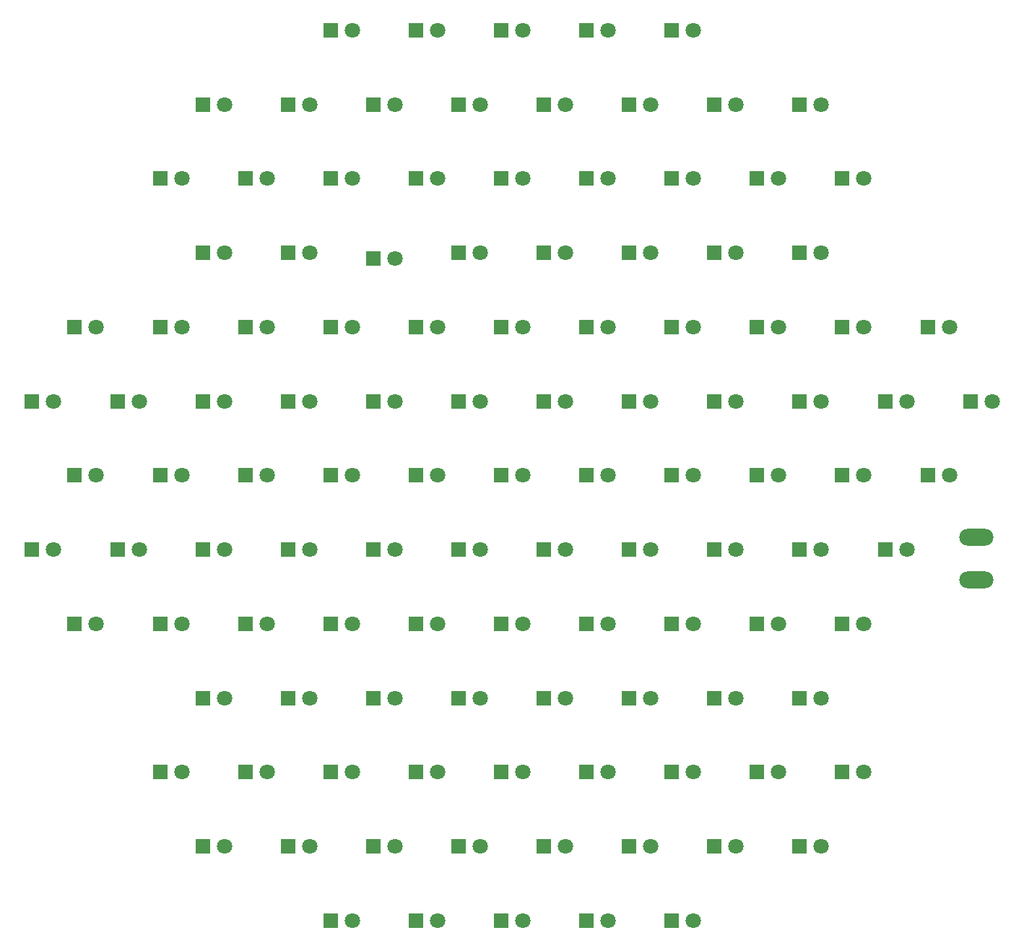
<source format=gbs>
G04 #@! TF.GenerationSoftware,KiCad,Pcbnew,7.0.5-7.0.5~ubuntu20.04.1*
G04 #@! TF.CreationDate,2023-12-18T21:42:52-03:00*
G04 #@! TF.ProjectId,LEDS,4c454453-2e6b-4696-9361-645f70636258,rev?*
G04 #@! TF.SameCoordinates,Original*
G04 #@! TF.FileFunction,Soldermask,Bot*
G04 #@! TF.FilePolarity,Negative*
%FSLAX46Y46*%
G04 Gerber Fmt 4.6, Leading zero omitted, Abs format (unit mm)*
G04 Created by KiCad (PCBNEW 7.0.5-7.0.5~ubuntu20.04.1) date 2023-12-18 21:42:52*
%MOMM*%
%LPD*%
G01*
G04 APERTURE LIST*
%ADD10O,4.000000X2.000000*%
%ADD11R,1.800000X1.800000*%
%ADD12C,1.800000*%
G04 APERTURE END LIST*
D10*
X155750000Y-112250000D03*
X155750000Y-107250000D03*
D11*
X65000000Y-143500000D03*
D12*
X67540000Y-143500000D03*
D11*
X50000000Y-100000000D03*
D12*
X52540000Y-100000000D03*
D11*
X115000000Y-108700000D03*
D12*
X117540000Y-108700000D03*
D11*
X100000000Y-100000000D03*
D12*
X102540000Y-100000000D03*
D11*
X85000000Y-143500000D03*
D12*
X87540000Y-143500000D03*
D11*
X120000000Y-47800000D03*
D12*
X122540000Y-47800000D03*
D11*
X60000000Y-65200000D03*
D12*
X62540000Y-65200000D03*
D11*
X75000000Y-108700000D03*
D12*
X77540000Y-108700000D03*
D11*
X75000000Y-73900000D03*
D12*
X77540000Y-73900000D03*
D11*
X80000000Y-152200000D03*
D12*
X82540000Y-152200000D03*
D11*
X80000000Y-134800000D03*
D12*
X82540000Y-134800000D03*
D11*
X90000000Y-117400000D03*
D12*
X92540000Y-117400000D03*
D11*
X95000000Y-73900000D03*
D12*
X97540000Y-73900000D03*
D11*
X135000000Y-143500000D03*
D12*
X137540000Y-143500000D03*
D11*
X55000000Y-91300000D03*
D12*
X57540000Y-91300000D03*
D11*
X70000000Y-100000000D03*
D12*
X72540000Y-100000000D03*
D11*
X50000000Y-117400000D03*
D12*
X52540000Y-117400000D03*
D11*
X150000000Y-82600000D03*
D12*
X152540000Y-82600000D03*
D11*
X125000000Y-91300000D03*
D12*
X127540000Y-91300000D03*
D11*
X90000000Y-100000000D03*
D12*
X92540000Y-100000000D03*
D11*
X85000000Y-91300000D03*
D12*
X87540000Y-91300000D03*
D11*
X120000000Y-152200000D03*
D12*
X122540000Y-152200000D03*
D11*
X115000000Y-56500000D03*
D12*
X117540000Y-56500000D03*
D11*
X95000000Y-56500000D03*
D12*
X97540000Y-56500000D03*
D11*
X90000000Y-47800000D03*
D12*
X92540000Y-47800000D03*
D11*
X60000000Y-117400000D03*
D12*
X62540000Y-117400000D03*
D11*
X130000000Y-117400000D03*
D12*
X132540000Y-117400000D03*
D11*
X145000000Y-91300000D03*
D12*
X147540000Y-91300000D03*
D11*
X50000000Y-82600000D03*
D12*
X52540000Y-82600000D03*
D11*
X110000000Y-82600000D03*
D12*
X112540000Y-82600000D03*
D11*
X125000000Y-126100000D03*
D12*
X127540000Y-126100000D03*
D11*
X65000000Y-126100000D03*
D12*
X67540000Y-126100000D03*
D11*
X65000000Y-73900000D03*
D12*
X67540000Y-73900000D03*
D11*
X105000000Y-108700000D03*
D12*
X107540000Y-108700000D03*
D11*
X110000000Y-152200000D03*
D12*
X112540000Y-152200000D03*
D11*
X110000000Y-47800000D03*
D12*
X112540000Y-47800000D03*
D11*
X70000000Y-117400000D03*
D12*
X72540000Y-117400000D03*
D11*
X75000000Y-91300000D03*
D12*
X77540000Y-91300000D03*
D11*
X85000000Y-126100000D03*
D12*
X87540000Y-126100000D03*
D11*
X120000000Y-134800000D03*
D12*
X122540000Y-134800000D03*
D11*
X90000000Y-134800000D03*
D12*
X92540000Y-134800000D03*
D11*
X65000000Y-91300000D03*
D12*
X67540000Y-91300000D03*
D11*
X80000000Y-82600000D03*
D12*
X82540000Y-82600000D03*
D11*
X105000000Y-91300000D03*
D12*
X107540000Y-91300000D03*
D11*
X80000000Y-65200000D03*
D12*
X82540000Y-65200000D03*
D11*
X125000000Y-73900000D03*
D12*
X127540000Y-73900000D03*
D11*
X110000000Y-65200000D03*
D12*
X112540000Y-65200000D03*
D11*
X110000000Y-100000000D03*
D12*
X112540000Y-100000000D03*
D11*
X125000000Y-143500000D03*
D12*
X127540000Y-143500000D03*
D11*
X100000000Y-117400000D03*
D12*
X102540000Y-117400000D03*
D11*
X55000000Y-108700000D03*
D12*
X57540000Y-108700000D03*
D11*
X45000000Y-108700000D03*
D12*
X47540000Y-108700000D03*
D11*
X65000000Y-108700000D03*
D12*
X67540000Y-108700000D03*
D11*
X85000000Y-56500000D03*
D12*
X87540000Y-56500000D03*
D11*
X115000000Y-91300000D03*
D12*
X117540000Y-91300000D03*
D11*
X120000000Y-65200000D03*
D12*
X122540000Y-65200000D03*
D11*
X130000000Y-100000000D03*
D12*
X132540000Y-100000000D03*
D11*
X60000000Y-100000000D03*
D12*
X62540000Y-100000000D03*
D11*
X70000000Y-134800000D03*
D12*
X72540000Y-134800000D03*
D11*
X75000000Y-126100000D03*
D12*
X77540000Y-126100000D03*
D11*
X115000000Y-126100000D03*
D12*
X117540000Y-126100000D03*
D11*
X100000000Y-65200000D03*
D12*
X102540000Y-65200000D03*
D11*
X95000000Y-91300000D03*
D12*
X97540000Y-91300000D03*
D11*
X140000000Y-82600000D03*
D12*
X142540000Y-82600000D03*
D11*
X70000000Y-82600000D03*
D12*
X72540000Y-82600000D03*
D11*
X90000000Y-65200000D03*
D12*
X92540000Y-65200000D03*
D11*
X135000000Y-91300000D03*
D12*
X137540000Y-91300000D03*
D11*
X80000000Y-47800000D03*
D12*
X82540000Y-47800000D03*
D11*
X110000000Y-117400000D03*
D12*
X112540000Y-117400000D03*
D11*
X125000000Y-108700000D03*
D12*
X127540000Y-108700000D03*
D11*
X60000000Y-134800000D03*
D12*
X62540000Y-134800000D03*
D11*
X120000000Y-100000000D03*
D12*
X122540000Y-100000000D03*
D11*
X130000000Y-65200000D03*
D12*
X132540000Y-65200000D03*
D11*
X115000000Y-143500000D03*
D12*
X117540000Y-143500000D03*
D11*
X100000000Y-134800000D03*
D12*
X102540000Y-134800000D03*
D11*
X135000000Y-73900000D03*
D12*
X137540000Y-73900000D03*
D11*
X135000000Y-56500000D03*
D12*
X137540000Y-56500000D03*
D11*
X110000000Y-134800000D03*
D12*
X112540000Y-134800000D03*
D11*
X60000000Y-82600000D03*
D12*
X62540000Y-82600000D03*
D11*
X90000000Y-152200000D03*
D12*
X92540000Y-152200000D03*
D11*
X105000000Y-126100000D03*
D12*
X107540000Y-126100000D03*
D11*
X75000000Y-56500000D03*
D12*
X77540000Y-56500000D03*
D11*
X115000000Y-73900000D03*
D12*
X117540000Y-73900000D03*
D11*
X140000000Y-134800000D03*
D12*
X142540000Y-134800000D03*
D11*
X120000000Y-117400000D03*
D12*
X122540000Y-117400000D03*
D11*
X80000000Y-117400000D03*
D12*
X82540000Y-117400000D03*
D11*
X130000000Y-82600000D03*
D12*
X132540000Y-82600000D03*
D11*
X95000000Y-126100000D03*
D12*
X97540000Y-126100000D03*
D11*
X85000000Y-74550000D03*
D12*
X87540000Y-74550000D03*
D11*
X75000000Y-143500000D03*
D12*
X77540000Y-143500000D03*
D11*
X100000000Y-47800000D03*
D12*
X102540000Y-47800000D03*
D11*
X100000000Y-82600000D03*
D12*
X102540000Y-82600000D03*
D11*
X65000000Y-56500000D03*
D12*
X67540000Y-56500000D03*
D11*
X105000000Y-56500000D03*
D12*
X107540000Y-56500000D03*
D11*
X140000000Y-100000000D03*
D12*
X142540000Y-100000000D03*
D11*
X135000000Y-108700000D03*
D12*
X137540000Y-108700000D03*
D11*
X150000000Y-100000000D03*
D12*
X152540000Y-100000000D03*
D11*
X100000000Y-152200000D03*
D12*
X102540000Y-152200000D03*
D11*
X70000000Y-65200000D03*
D12*
X72540000Y-65200000D03*
D11*
X155000000Y-91300000D03*
D12*
X157540000Y-91300000D03*
D11*
X130000000Y-134800000D03*
D12*
X132540000Y-134800000D03*
D11*
X80000000Y-100000000D03*
D12*
X82540000Y-100000000D03*
D11*
X85000000Y-108700000D03*
D12*
X87540000Y-108700000D03*
D11*
X145000000Y-108700000D03*
D12*
X147540000Y-108700000D03*
D11*
X125000000Y-56500000D03*
D12*
X127540000Y-56500000D03*
D11*
X90000000Y-82600000D03*
D12*
X92540000Y-82600000D03*
D11*
X140000000Y-117400000D03*
D12*
X142540000Y-117400000D03*
D11*
X120000000Y-82600000D03*
D12*
X122540000Y-82600000D03*
D11*
X45000000Y-91300000D03*
D12*
X47540000Y-91300000D03*
D11*
X140000000Y-65200000D03*
D12*
X142540000Y-65200000D03*
D11*
X95000000Y-143500000D03*
D12*
X97540000Y-143500000D03*
D11*
X105000000Y-73900000D03*
D12*
X107540000Y-73900000D03*
D11*
X135000000Y-126100000D03*
D12*
X137540000Y-126100000D03*
D11*
X95000000Y-108700000D03*
D12*
X97540000Y-108700000D03*
D11*
X105000000Y-143500000D03*
D12*
X107540000Y-143500000D03*
M02*

</source>
